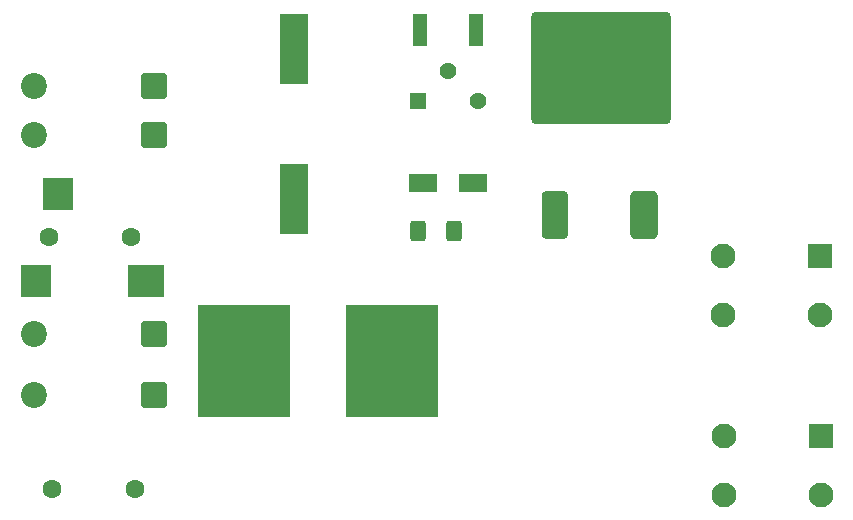
<source format=gbr>
%TF.GenerationSoftware,KiCad,Pcbnew,9.0.2*%
%TF.CreationDate,2025-09-10T19:30:47-05:00*%
%TF.ProjectId,EE101_Board,45453130-315f-4426-9f61-72642e6b6963,rev?*%
%TF.SameCoordinates,Original*%
%TF.FileFunction,Soldermask,Top*%
%TF.FilePolarity,Negative*%
%FSLAX46Y46*%
G04 Gerber Fmt 4.6, Leading zero omitted, Abs format (unit mm)*
G04 Created by KiCad (PCBNEW 9.0.2) date 2025-09-10 19:30:47*
%MOMM*%
%LPD*%
G01*
G04 APERTURE LIST*
G04 Aperture macros list*
%AMRoundRect*
0 Rectangle with rounded corners*
0 $1 Rounding radius*
0 $2 $3 $4 $5 $6 $7 $8 $9 X,Y pos of 4 corners*
0 Add a 4 corners polygon primitive as box body*
4,1,4,$2,$3,$4,$5,$6,$7,$8,$9,$2,$3,0*
0 Add four circle primitives for the rounded corners*
1,1,$1+$1,$2,$3*
1,1,$1+$1,$4,$5*
1,1,$1+$1,$6,$7*
1,1,$1+$1,$8,$9*
0 Add four rect primitives between the rounded corners*
20,1,$1+$1,$2,$3,$4,$5,0*
20,1,$1+$1,$4,$5,$6,$7,0*
20,1,$1+$1,$6,$7,$8,$9,0*
20,1,$1+$1,$8,$9,$2,$3,0*%
G04 Aperture macros list end*
%ADD10RoundRect,0.375521X0.751041X-1.657291X0.751041X1.657291X-0.751041X1.657291X-0.751041X-1.657291X0*%
%ADD11RoundRect,0.365389X-5.534611X4.384611X-5.534611X-4.384611X5.534611X-4.384611X5.534611X4.384611X0*%
%ADD12RoundRect,0.383855X0.767707X-1.657160X0.767707X1.657160X-0.767707X1.657160X-0.767707X-1.657160X0*%
%ADD13R,2.350000X1.550000*%
%ADD14C,1.426000*%
%ADD15RoundRect,0.102000X-0.611000X-0.611000X0.611000X-0.611000X0.611000X0.611000X-0.611000X0.611000X0*%
%ADD16R,2.350000X6.000000*%
%ADD17RoundRect,0.249999X0.850001X0.850001X-0.850001X0.850001X-0.850001X-0.850001X0.850001X-0.850001X0*%
%ADD18C,2.200000*%
%ADD19C,1.600000*%
%ADD20RoundRect,0.102000X-1.200000X-1.275000X1.200000X-1.275000X1.200000X1.275000X-1.200000X1.275000X0*%
%ADD21RoundRect,0.102000X-1.450000X-1.275000X1.450000X-1.275000X1.450000X1.275000X-1.450000X1.275000X0*%
%ADD22R,1.200000X2.700000*%
%ADD23R,7.800000X9.600000*%
%ADD24RoundRect,0.250000X-0.400000X-0.625000X0.400000X-0.625000X0.400000X0.625000X-0.400000X0.625000X0*%
%ADD25R,2.100000X2.100000*%
%ADD26C,2.100000*%
G04 APERTURE END LIST*
D10*
%TO.C,Q1*%
X101100000Y-79750000D03*
D11*
X104950000Y-67350000D03*
D12*
X108600000Y-79750000D03*
%TD*%
D13*
%TO.C,D5*%
X94150000Y-77100000D03*
X89850000Y-77100000D03*
%TD*%
D14*
%TO.C,RV1*%
X94540000Y-70100000D03*
X92000000Y-67560000D03*
D15*
X89460000Y-70100000D03*
%TD*%
D16*
%TO.C,C1*%
X79000000Y-65750000D03*
X79000000Y-78450000D03*
%TD*%
D17*
%TO.C,D3*%
X67080000Y-89840000D03*
D18*
X56920000Y-89840000D03*
%TD*%
D19*
%TO.C,J1*%
X58200000Y-81675000D03*
X65200000Y-81675000D03*
D20*
X59000000Y-78000000D03*
X57100000Y-85350000D03*
D21*
X66400000Y-85350000D03*
%TD*%
D17*
%TO.C,D1*%
X67080000Y-68840000D03*
D18*
X56920000Y-68840000D03*
%TD*%
D22*
%TO.C,R1*%
X89650000Y-64100000D03*
X94350000Y-64100000D03*
%TD*%
D23*
%TO.C,C2*%
X87250000Y-92100000D03*
X74750000Y-92100000D03*
%TD*%
D24*
%TO.C,R2*%
X89450000Y-81100000D03*
X92550000Y-81100000D03*
%TD*%
D17*
%TO.C,D2*%
X67080000Y-95000000D03*
D18*
X56920000Y-95000000D03*
%TD*%
D17*
%TO.C,D4*%
X67080000Y-73000000D03*
D18*
X56920000Y-73000000D03*
%TD*%
D25*
%TO.C,J4*%
X123475000Y-83225000D03*
D26*
X115275000Y-83225000D03*
X123475000Y-88225000D03*
X115275000Y-88225000D03*
%TD*%
D25*
%TO.C,J3*%
X123575000Y-98500000D03*
D26*
X115375000Y-98500000D03*
X123575000Y-103500000D03*
X115375000Y-103500000D03*
%TD*%
D19*
%TO.C,J2*%
X58500000Y-103000000D03*
X65500000Y-103000000D03*
%TD*%
M02*

</source>
